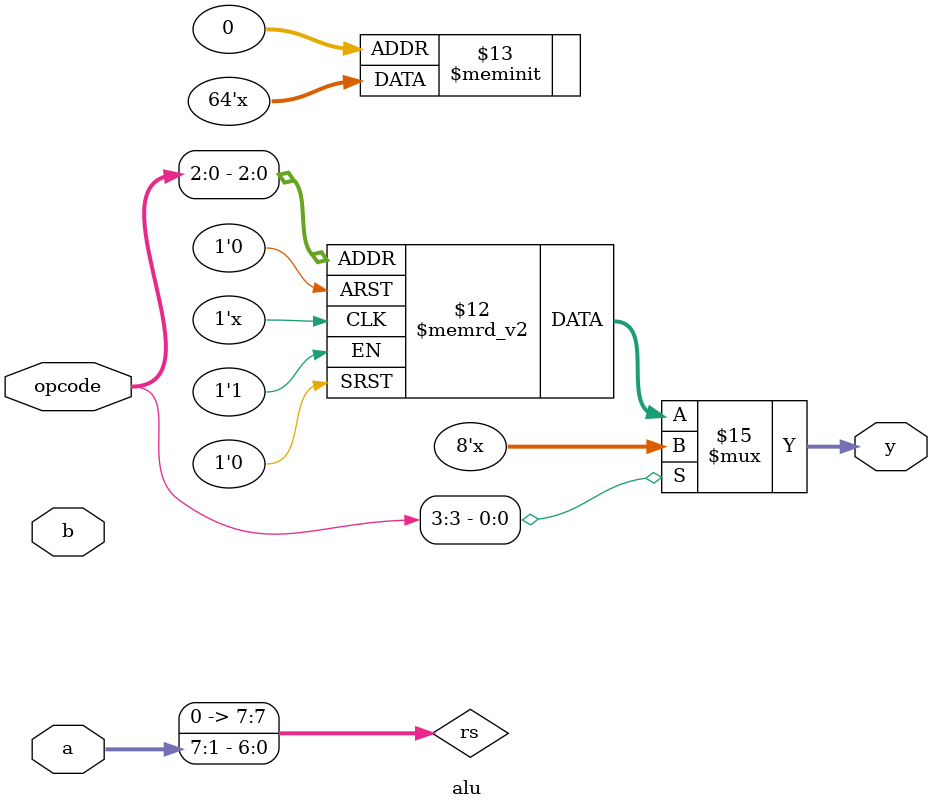
<source format=v>
/* 
 * ALU for simple 8-bit CPU.
 * Copyright (C) 2015, 16 John Tzonevrakis.
 * Licensed under the LGPL license. For more details, read the COPYING file.
 *
*/

module alu  (input [7:0] a,b,
             input [3:0] opcode,
             output reg [7:0] y);
    reg [7:0] o, an, n, x, add, sub, rs, rsn;
    /* Decode the instruction */
    always @* begin
        o <= a | b;
        an <= a & b;
        n <= ~a;
        x <= a ^ b;
        add <= a + b;
        sub <= a - b;
        rs <= a >> 1;
        rsn <= a >> b;
        case (opcode)
            4'h0 /* OR */:   y <= o;
            4'h1 /* AND */:   y <= an;
            4'h2 /* NOTA */:   y <= n;
            4'h3 /* XOR */:   y <= x;
            4'h4 /* ADD */:   y <= add;
            4'h5 /* SUB */:   y <= sub;
            4'h6 /* RSHIFT1 */: y <= rs;
            4'h7 /* RSHIFTN */: y <= rsn;
            default: y <= 8'bZ;
        endcase
    end
endmodule //alu

</source>
